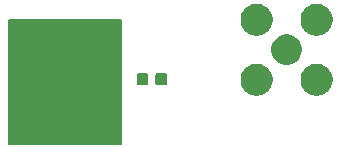
<source format=gbr>
G04 #@! TF.GenerationSoftware,KiCad,Pcbnew,(5.0.2)-1*
G04 #@! TF.CreationDate,2020-08-06T16:14:57-05:00*
G04 #@! TF.ProjectId,xform-plug,78666f72-6d2d-4706-9c75-672e6b696361,rev?*
G04 #@! TF.SameCoordinates,Original*
G04 #@! TF.FileFunction,Soldermask,Bot*
G04 #@! TF.FilePolarity,Negative*
%FSLAX46Y46*%
G04 Gerber Fmt 4.6, Leading zero omitted, Abs format (unit mm)*
G04 Created by KiCad (PCBNEW (5.0.2)-1) date 8/6/2020 4:14:57 PM*
%MOMM*%
%LPD*%
G01*
G04 APERTURE LIST*
%ADD10C,0.150000*%
%ADD11C,0.100000*%
G04 APERTURE END LIST*
D10*
G36*
X0Y5000000D02*
X9500000Y5000000D01*
X9500000Y-5500000D01*
X0Y-5500000D01*
X0Y5000000D01*
G37*
X0Y5000000D02*
X9500000Y5000000D01*
X9500000Y-5500000D01*
X0Y-5500000D01*
X0Y5000000D01*
D11*
G36*
X26303567Y1235041D02*
X26434072Y1209082D01*
X26679939Y1107241D01*
X26900464Y959890D01*
X26901215Y959388D01*
X27089388Y771215D01*
X27089390Y771212D01*
X27237241Y549939D01*
X27339082Y304072D01*
X27391000Y43062D01*
X27391000Y-223062D01*
X27339082Y-484072D01*
X27237241Y-729939D01*
X27089890Y-950464D01*
X27089388Y-951215D01*
X26901215Y-1139388D01*
X26901212Y-1139390D01*
X26679939Y-1287241D01*
X26434072Y-1389082D01*
X26303567Y-1415041D01*
X26173063Y-1441000D01*
X25906937Y-1441000D01*
X25776433Y-1415041D01*
X25645928Y-1389082D01*
X25400061Y-1287241D01*
X25178788Y-1139390D01*
X25178785Y-1139388D01*
X24990612Y-951215D01*
X24990110Y-950464D01*
X24842759Y-729939D01*
X24740918Y-484072D01*
X24689000Y-223062D01*
X24689000Y43062D01*
X24740918Y304072D01*
X24842759Y549939D01*
X24990610Y771212D01*
X24990612Y771215D01*
X25178785Y959388D01*
X25179536Y959890D01*
X25400061Y1107241D01*
X25645928Y1209082D01*
X25776433Y1235041D01*
X25906937Y1261000D01*
X26173063Y1261000D01*
X26303567Y1235041D01*
X26303567Y1235041D01*
G37*
G36*
X21223567Y1235041D02*
X21354072Y1209082D01*
X21599939Y1107241D01*
X21820464Y959890D01*
X21821215Y959388D01*
X22009388Y771215D01*
X22009390Y771212D01*
X22157241Y549939D01*
X22259082Y304072D01*
X22311000Y43062D01*
X22311000Y-223062D01*
X22259082Y-484072D01*
X22157241Y-729939D01*
X22009890Y-950464D01*
X22009388Y-951215D01*
X21821215Y-1139388D01*
X21821212Y-1139390D01*
X21599939Y-1287241D01*
X21354072Y-1389082D01*
X21223567Y-1415041D01*
X21093063Y-1441000D01*
X20826937Y-1441000D01*
X20696433Y-1415041D01*
X20565928Y-1389082D01*
X20320061Y-1287241D01*
X20098788Y-1139390D01*
X20098785Y-1139388D01*
X19910612Y-951215D01*
X19910110Y-950464D01*
X19762759Y-729939D01*
X19660918Y-484072D01*
X19609000Y-223062D01*
X19609000Y43062D01*
X19660918Y304072D01*
X19762759Y549939D01*
X19910610Y771212D01*
X19910612Y771215D01*
X20098785Y959388D01*
X20099536Y959890D01*
X20320061Y1107241D01*
X20565928Y1209082D01*
X20696433Y1235041D01*
X20826937Y1261000D01*
X21093063Y1261000D01*
X21223567Y1235041D01*
X21223567Y1235041D01*
G37*
G36*
X13229591Y471915D02*
X13263569Y461607D01*
X13294887Y444867D01*
X13322339Y422339D01*
X13344867Y394887D01*
X13361607Y363569D01*
X13371915Y329591D01*
X13376000Y288110D01*
X13376000Y-388110D01*
X13371915Y-429591D01*
X13361607Y-463569D01*
X13344867Y-494887D01*
X13322339Y-522339D01*
X13294887Y-544867D01*
X13263569Y-561607D01*
X13229591Y-571915D01*
X13188110Y-576000D01*
X12586890Y-576000D01*
X12545409Y-571915D01*
X12511431Y-561607D01*
X12480113Y-544867D01*
X12452661Y-522339D01*
X12430133Y-494887D01*
X12413393Y-463569D01*
X12403085Y-429591D01*
X12399000Y-388110D01*
X12399000Y288110D01*
X12403085Y329591D01*
X12413393Y363569D01*
X12430133Y394887D01*
X12452661Y422339D01*
X12480113Y444867D01*
X12511431Y461607D01*
X12545409Y471915D01*
X12586890Y476000D01*
X13188110Y476000D01*
X13229591Y471915D01*
X13229591Y471915D01*
G37*
G36*
X11654591Y471915D02*
X11688569Y461607D01*
X11719887Y444867D01*
X11747339Y422339D01*
X11769867Y394887D01*
X11786607Y363569D01*
X11796915Y329591D01*
X11801000Y288110D01*
X11801000Y-388110D01*
X11796915Y-429591D01*
X11786607Y-463569D01*
X11769867Y-494887D01*
X11747339Y-522339D01*
X11719887Y-544867D01*
X11688569Y-561607D01*
X11654591Y-571915D01*
X11613110Y-576000D01*
X11011890Y-576000D01*
X10970409Y-571915D01*
X10936431Y-561607D01*
X10905113Y-544867D01*
X10877661Y-522339D01*
X10855133Y-494887D01*
X10838393Y-463569D01*
X10828085Y-429591D01*
X10824000Y-388110D01*
X10824000Y288110D01*
X10828085Y329591D01*
X10838393Y363569D01*
X10855133Y394887D01*
X10877661Y422339D01*
X10905113Y444867D01*
X10936431Y461607D01*
X10970409Y471915D01*
X11011890Y476000D01*
X11613110Y476000D01*
X11654591Y471915D01*
X11654591Y471915D01*
G37*
G36*
X23879485Y3701004D02*
X23879487Y3701003D01*
X23879488Y3701003D01*
X24116255Y3602931D01*
X24329342Y3460551D01*
X24510551Y3279342D01*
X24652931Y3066255D01*
X24751004Y2829485D01*
X24801000Y2578139D01*
X24801000Y2321861D01*
X24751004Y2070515D01*
X24652931Y1833745D01*
X24510551Y1620658D01*
X24329342Y1439449D01*
X24329339Y1439447D01*
X24116255Y1297069D01*
X23879488Y1198997D01*
X23879487Y1198997D01*
X23879485Y1198996D01*
X23628139Y1149000D01*
X23371861Y1149000D01*
X23120515Y1198996D01*
X23120513Y1198997D01*
X23120512Y1198997D01*
X22883745Y1297069D01*
X22670661Y1439447D01*
X22670658Y1439449D01*
X22489449Y1620658D01*
X22347069Y1833745D01*
X22248996Y2070515D01*
X22199000Y2321861D01*
X22199000Y2578139D01*
X22248996Y2829485D01*
X22347069Y3066255D01*
X22489449Y3279342D01*
X22670658Y3460551D01*
X22883745Y3602931D01*
X23120512Y3701003D01*
X23120513Y3701003D01*
X23120515Y3701004D01*
X23371861Y3751000D01*
X23628139Y3751000D01*
X23879485Y3701004D01*
X23879485Y3701004D01*
G37*
G36*
X26303567Y6315041D02*
X26434072Y6289082D01*
X26679939Y6187241D01*
X26900464Y6039890D01*
X26901215Y6039388D01*
X27089388Y5851215D01*
X27089390Y5851212D01*
X27237241Y5629939D01*
X27339082Y5384072D01*
X27391000Y5123062D01*
X27391000Y4856938D01*
X27339082Y4595928D01*
X27237241Y4350061D01*
X27089890Y4129536D01*
X27089388Y4128785D01*
X26901215Y3940612D01*
X26901212Y3940610D01*
X26679939Y3792759D01*
X26434072Y3690918D01*
X26303567Y3664959D01*
X26173063Y3639000D01*
X25906937Y3639000D01*
X25776433Y3664959D01*
X25645928Y3690918D01*
X25400061Y3792759D01*
X25178788Y3940610D01*
X25178785Y3940612D01*
X24990612Y4128785D01*
X24990110Y4129536D01*
X24842759Y4350061D01*
X24740918Y4595928D01*
X24689000Y4856938D01*
X24689000Y5123062D01*
X24740918Y5384072D01*
X24842759Y5629939D01*
X24990610Y5851212D01*
X24990612Y5851215D01*
X25178785Y6039388D01*
X25179536Y6039890D01*
X25400061Y6187241D01*
X25645928Y6289082D01*
X25776433Y6315041D01*
X25906937Y6341000D01*
X26173063Y6341000D01*
X26303567Y6315041D01*
X26303567Y6315041D01*
G37*
G36*
X21223567Y6315041D02*
X21354072Y6289082D01*
X21599939Y6187241D01*
X21820464Y6039890D01*
X21821215Y6039388D01*
X22009388Y5851215D01*
X22009390Y5851212D01*
X22157241Y5629939D01*
X22259082Y5384072D01*
X22311000Y5123062D01*
X22311000Y4856938D01*
X22259082Y4595928D01*
X22157241Y4350061D01*
X22009890Y4129536D01*
X22009388Y4128785D01*
X21821215Y3940612D01*
X21821212Y3940610D01*
X21599939Y3792759D01*
X21354072Y3690918D01*
X21223567Y3664959D01*
X21093063Y3639000D01*
X20826937Y3639000D01*
X20696433Y3664959D01*
X20565928Y3690918D01*
X20320061Y3792759D01*
X20098788Y3940610D01*
X20098785Y3940612D01*
X19910612Y4128785D01*
X19910110Y4129536D01*
X19762759Y4350061D01*
X19660918Y4595928D01*
X19609000Y4856938D01*
X19609000Y5123062D01*
X19660918Y5384072D01*
X19762759Y5629939D01*
X19910610Y5851212D01*
X19910612Y5851215D01*
X20098785Y6039388D01*
X20099536Y6039890D01*
X20320061Y6187241D01*
X20565928Y6289082D01*
X20696433Y6315041D01*
X20826937Y6341000D01*
X21093063Y6341000D01*
X21223567Y6315041D01*
X21223567Y6315041D01*
G37*
M02*

</source>
